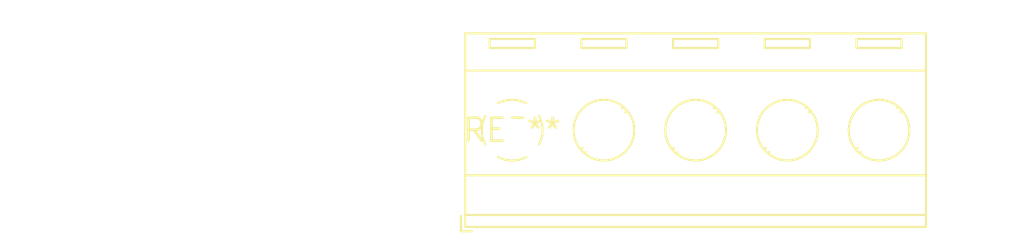
<source format=kicad_pcb>
(kicad_pcb (version 20240108) (generator pcbnew)
  (layers (0 "F.Cu" signal) (31 "B.Cu" signal) (34 "B.Paste" user) (35 "F.Paste" user) (36 "B.SilkS" user "B.Silkscreen") (37 "F.SilkS" user "F.Silkscreen") (38 "B.Mask" user) (39 "F.Mask" user) (44 "Edge.Cuts" user))
  (net 0 "")
  (footprint "TerminalBlock_RND_205-00290_1x05_P5.08mm_Horizontal" (layer "F.Cu") (at 0 0)
    (property "Reference" "REF**")
    (property "Value" "TerminalBlock_RND_205-00290_1x05_P5.08mm_Horizontal")
    (fp_line (start -2.84 4.76) (end -2.84 5.6) (layer "F.SilkS") (stroke (width 0.12)))
    (fp_line (start -2.84 5.6) (end -2.24 5.6) (layer "F.SilkS") (stroke (width 0.12)))
    (fp_line (start -2.6 -5.36) (end -2.6 5.36) (layer "F.SilkS") (stroke (width 0.12)))
    (fp_line (start -2.6 -5.36) (end 22.92 -5.36) (layer "F.SilkS") (stroke (width 0.12)))
    (fp_line (start -2.6 -3.3) (end 22.92 -3.3) (layer "F.SilkS") (stroke (width 0.12)))
    (fp_line (start -2.6 2.5) (end 22.92 2.5) (layer "F.SilkS") (stroke (width 0.12)))
    (fp_line (start -2.6 4.7) (end 22.92 4.7) (layer "F.SilkS") (stroke (width 0.12)))
    (fp_line (start -2.6 5.36) (end 22.92 5.36) (layer "F.SilkS") (stroke (width 0.12)))
    (fp_line (start -1.25 -5.05) (end -1.25 -4.55) (layer "F.SilkS") (stroke (width 0.12)))
    (fp_line (start -1.25 -5.05) (end 1.25 -5.05) (layer "F.SilkS") (stroke (width 0.12)))
    (fp_line (start -1.25 -4.55) (end 1.25 -4.55) (layer "F.SilkS") (stroke (width 0.12)))
    (fp_line (start 1.25 -5.05) (end 1.25 -4.55) (layer "F.SilkS") (stroke (width 0.12)))
    (fp_line (start 3.83 -5.05) (end 3.83 -4.55) (layer "F.SilkS") (stroke (width 0.12)))
    (fp_line (start 3.83 -5.05) (end 6.33 -5.05) (layer "F.SilkS") (stroke (width 0.12)))
    (fp_line (start 3.83 -4.55) (end 6.33 -4.55) (layer "F.SilkS") (stroke (width 0.12)))
    (fp_line (start 3.9 0.976) (end 3.806 1.069) (layer "F.SilkS") (stroke (width 0.12)))
    (fp_line (start 4.07 1.216) (end 4.011 1.274) (layer "F.SilkS") (stroke (width 0.12)))
    (fp_line (start 6.15 -1.275) (end 6.091 -1.216) (layer "F.SilkS") (stroke (width 0.12)))
    (fp_line (start 6.33 -5.05) (end 6.33 -4.55) (layer "F.SilkS") (stroke (width 0.12)))
    (fp_line (start 6.355 -1.069) (end 6.261 -0.976) (layer "F.SilkS") (stroke (width 0.12)))
    (fp_line (start 8.91 -5.05) (end 8.91 -4.55) (layer "F.SilkS") (stroke (width 0.12)))
    (fp_line (start 8.91 -5.05) (end 11.41 -5.05) (layer "F.SilkS") (stroke (width 0.12)))
    (fp_line (start 8.91 -4.55) (end 11.41 -4.55) (layer "F.SilkS") (stroke (width 0.12)))
    (fp_line (start 8.98 0.976) (end 8.886 1.069) (layer "F.SilkS") (stroke (width 0.12)))
    (fp_line (start 9.15 1.216) (end 9.091 1.274) (layer "F.SilkS") (stroke (width 0.12)))
    (fp_line (start 11.23 -1.275) (end 11.171 -1.216) (layer "F.SilkS") (stroke (width 0.12)))
    (fp_line (start 11.41 -5.05) (end 11.41 -4.55) (layer "F.SilkS") (stroke (width 0.12)))
    (fp_line (start 11.435 -1.069) (end 11.341 -0.976) (layer "F.SilkS") (stroke (width 0.12)))
    (fp_line (start 13.99 -5.05) (end 13.99 -4.55) (layer "F.SilkS") (stroke (width 0.12)))
    (fp_line (start 13.99 -5.05) (end 16.49 -5.05) (layer "F.SilkS") (stroke (width 0.12)))
    (fp_line (start 13.99 -4.55) (end 16.49 -4.55) (layer "F.SilkS") (stroke (width 0.12)))
    (fp_line (start 14.06 0.976) (end 13.966 1.069) (layer "F.SilkS") (stroke (width 0.12)))
    (fp_line (start 14.23 1.216) (end 14.171 1.274) (layer "F.SilkS") (stroke (width 0.12)))
    (fp_line (start 16.31 -1.275) (end 16.251 -1.216) (layer "F.SilkS") (stroke (width 0.12)))
    (fp_line (start 16.49 -5.05) (end 16.49 -4.55) (layer "F.SilkS") (stroke (width 0.12)))
    (fp_line (start 16.515 -1.069) (end 16.421 -0.976) (layer "F.SilkS") (stroke (width 0.12)))
    (fp_line (start 19.07 -5.05) (end 19.07 -4.55) (layer "F.SilkS") (stroke (width 0.12)))
    (fp_line (start 19.07 -5.05) (end 21.57 -5.05) (layer "F.SilkS") (stroke (width 0.12)))
    (fp_line (start 19.07 -4.55) (end 21.57 -4.55) (layer "F.SilkS") (stroke (width 0.12)))
    (fp_line (start 19.14 0.976) (end 19.046 1.069) (layer "F.SilkS") (stroke (width 0.12)))
    (fp_line (start 19.31 1.216) (end 19.251 1.274) (layer "F.SilkS") (stroke (width 0.12)))
    (fp_line (start 21.39 -1.275) (end 21.331 -1.216) (layer "F.SilkS") (stroke (width 0.12)))
    (fp_line (start 21.57 -5.05) (end 21.57 -4.55) (layer "F.SilkS") (stroke (width 0.12)))
    (fp_line (start 21.595 -1.069) (end 21.501 -0.976) (layer "F.SilkS") (stroke (width 0.12)))
    (fp_line (start 22.92 -5.36) (end 22.92 5.36) (layer "F.SilkS") (stroke (width 0.12)))
    (fp_arc (start -1.483953 0.789089) (mid -1.680708 5e-05) (end -1.484 -0.789) (layer "F.SilkS") (stroke (width 0.12)))
    (fp_arc (start -0.789089 -1.483953) (mid -5e-05 -1.680708) (end 0.789 -1.484) (layer "F.SilkS") (stroke (width 0.12)))
    (fp_arc (start 0.029383 1.68045) (mid -0.392304 1.634281) (end -0.789 1.484) (layer "F.SilkS") (stroke (width 0.12)))
    (fp_arc (start 0.788712 1.483352) (mid 0.406429 1.630097) (end 0 1.68) (layer "F.SilkS") (stroke (width 0.12)))
    (fp_arc (start 1.483953 -0.789089) (mid 1.680708 -5e-05) (end 1.484 0.789) (layer "F.SilkS") (stroke (width 0.12)))
    (fp_circle (center 5.08 0) (end 6.76 0) (layer "F.SilkS") (stroke (width 0.12)) (fill none))
    (fp_circle (center 10.16 0) (end 11.84 0) (layer "F.SilkS") (stroke (width 0.12)) (fill none))
    (fp_circle (center 15.24 0) (end 16.92 0) (layer "F.SilkS") (stroke (width 0.12)) (fill none))
    (fp_circle (center 20.32 0) (end 22 0) (layer "F.SilkS") (stroke (width 0.12)) (fill none))
    (pad "1" thru_hole rect (at 0 0) (size 2.5 2.5) (drill 1.3) (layers *.Cu *.Mask) (remove_unused_layers))
    (pad "2" thru_hole circle (at 5.08 0) (size 2.5 2.5) (drill 1.3) (layers *.Cu *.Mask) (remove_unused_layers))
    (pad "3" thru_hole circle (at 10.16 0) (size 2.5 2.5) (drill 1.3) (layers *.Cu *.Mask) (remove_unused_layers))
    (pad "4" thru_hole circle (at 15.24 0) (size 2.5 2.5) (drill 1.3) (layers *.Cu *.Mask) (remove_unused_layers))
    (pad "5" thru_hole circle (at 20.32 0) (size 2.5 2.5) (drill 1.3) (layers *.Cu *.Mask) (remove_unused_layers))
  )
)
</source>
